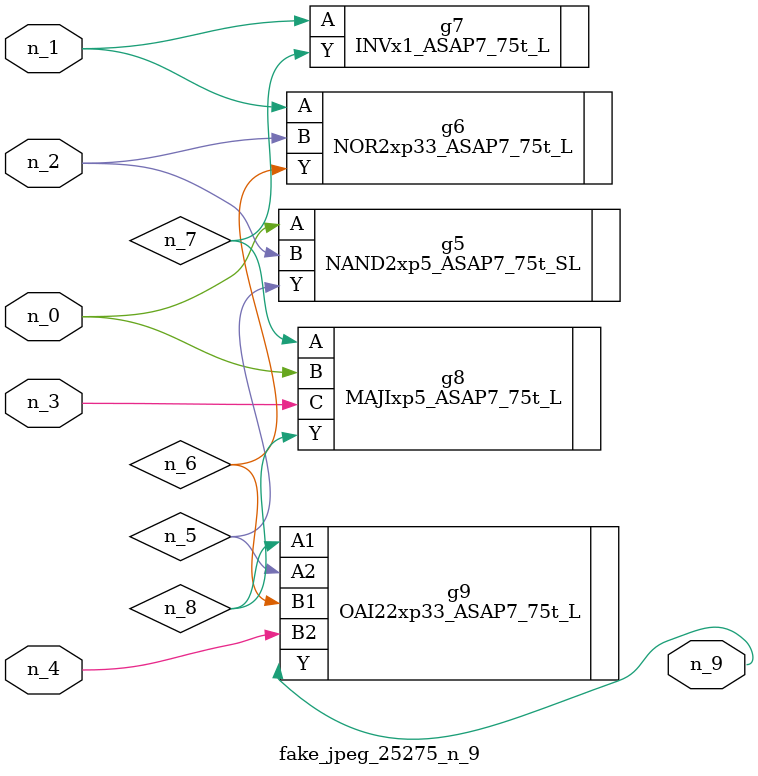
<source format=v>
module fake_jpeg_25275_n_9 (n_3, n_2, n_1, n_0, n_4, n_9);

input n_3;
input n_2;
input n_1;
input n_0;
input n_4;

output n_9;

wire n_8;
wire n_6;
wire n_5;
wire n_7;

NAND2xp5_ASAP7_75t_SL g5 ( 
.A(n_0),
.B(n_2),
.Y(n_5)
);

NOR2xp33_ASAP7_75t_L g6 ( 
.A(n_1),
.B(n_2),
.Y(n_6)
);

INVx1_ASAP7_75t_L g7 ( 
.A(n_1),
.Y(n_7)
);

MAJIxp5_ASAP7_75t_L g8 ( 
.A(n_7),
.B(n_0),
.C(n_3),
.Y(n_8)
);

OAI22xp33_ASAP7_75t_L g9 ( 
.A1(n_8),
.A2(n_5),
.B1(n_6),
.B2(n_4),
.Y(n_9)
);


endmodule
</source>
